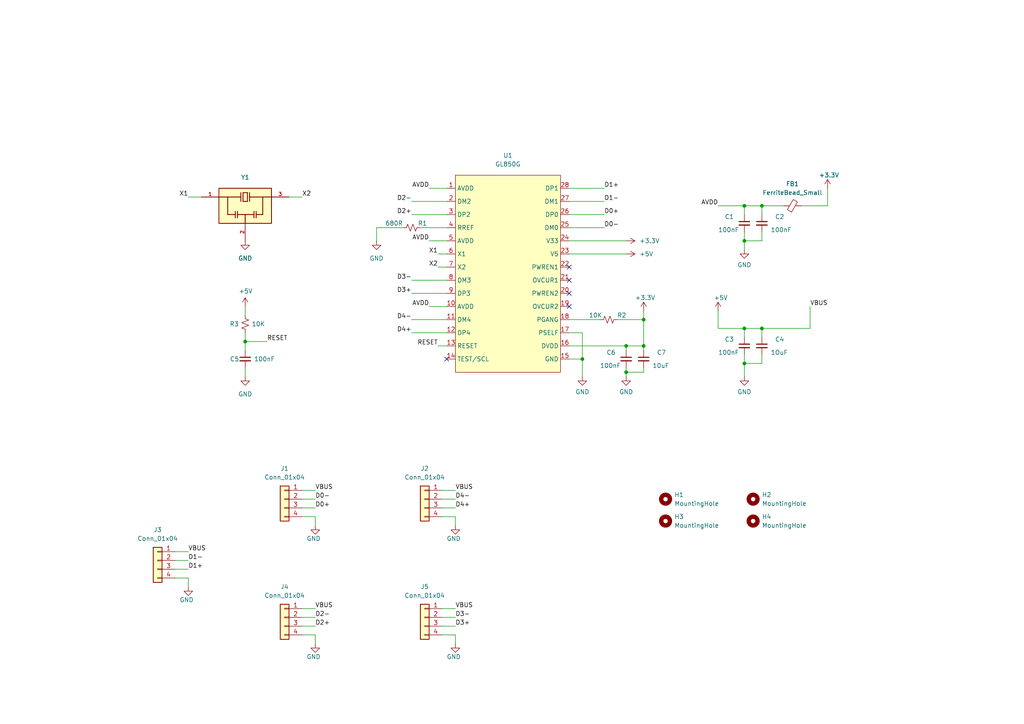
<source format=kicad_sch>
(kicad_sch (version 20211123) (generator eeschema)
  (paper "A4")
  (lib_symbols
    (symbol "Connector_Generic:Conn_01x04" (pin_names (offset 1.016) hide)
      (property "Reference" "J" (at 0 5.08 0))
      (property "Value" "Conn_01x04" (at 0 -7.62 0))
      (symbol "Conn_01x04_1_1"
        (rectangle (start -1.27 -4.953) (end 0 -5.207) (stroke (width 0.1524)))
        (rectangle (start -1.27 -2.413) (end 0 -2.667) (stroke (width 0.1524)))
        (rectangle (start -1.27 0.127) (end 0 -0.127) (stroke (width 0.1524)))
        (rectangle (start -1.27 2.667) (end 0 2.413) (stroke (width 0.1524)))
        (rectangle (start -1.27 3.81) (end 1.27 -6.35) (stroke (width 0.254)) (fill (type background)))
        (pin passive line (at -5.08 2.54 0) (length 3.81) (name "Pin_1") (number "1"))
        (pin passive line (at -5.08 0 0) (length 3.81) (name "Pin_2") (number "2"))
        (pin passive line (at -5.08 -2.54 0) (length 3.81) (name "Pin_3") (number "3"))
        (pin passive line (at -5.08 -5.08 0) (length 3.81) (name "Pin_4") (number "4"))
      )
    )
    (symbol "Device:C_Small" (pin_numbers hide) (pin_names (offset 0.254) hide)
      (property "Reference" "C" (at 0.254 1.778 0))
      (property "Value" "C_Small" (at 0.254 -2.032 0))
      (symbol "C_Small_0_1"
        (polyline (pts (xy -1.524 -0.508) (xy 1.524 -0.508)) (stroke (width 0.3302)))
        (polyline (pts (xy -1.524 0.508) (xy 1.524 0.508)) (stroke (width 0.3048)))
      )
      (symbol "C_Small_1_1"
        (pin passive line (at 0 2.54 270) (length 2.032) (name "~") (number "1"))
        (pin passive line (at 0 -2.54 90) (length 2.032) (name "~") (number "2"))
      )
    )
    (symbol "Device:FerriteBead_Small" (pin_numbers hide) (pin_names (offset 0))
      (property "Reference" "FB" (at 1.905 1.27 0))
      (property "Value" "FerriteBead_Small" (at 1.905 -1.27 0))
      (symbol "FerriteBead_Small_0_1"
        (polyline (pts (xy 0 -1.27) (xy 0 -0.7874)))
        (polyline (pts (xy 0 0.889) (xy 0 1.2954)))
        (polyline (pts (xy -1.8288 0.2794) (xy -1.1176 1.4986) (xy 1.8288 -0.2032) (xy 1.1176 -1.4224) (xy -1.8288 0.2794)))
      )
      (symbol "FerriteBead_Small_1_1"
        (pin passive line (at 0 2.54 270) (length 1.27) (name "~") (number "1"))
        (pin passive line (at 0 -2.54 90) (length 1.27) (name "~") (number "2"))
      )
    )
    (symbol "Device:R_Small_US" (pin_numbers hide) (pin_names (offset 0.254) hide)
      (property "Reference" "R" (at 0.762 0.508 0))
      (property "Value" "R_Small_US" (at 0.762 -1.016 0))
      (symbol "R_Small_US_1_1"
        (polyline (pts (xy 0 0) (xy 1.016 -0.381) (xy 0 -0.762) (xy -1.016 -1.143) (xy 0 -1.524)))
        (polyline (pts (xy 0 1.524) (xy 1.016 1.143) (xy 0 0.762) (xy -1.016 0.381) (xy 0 0)))
        (pin passive line (at 0 2.54 270) (length 1.016) (name "~") (number "1"))
        (pin passive line (at 0 -2.54 90) (length 1.016) (name "~") (number "2"))
      )
    )
    (symbol "Dotworld:CSTNE12M0G55A000R0" (pin_names (offset 1.016) hide)
      (property "Reference" "Y2" (at 0 6.35 0))
      (symbol "CSTNE12M0G55A000R0_0_0"
        (rectangle (start -7.62 -5.08) (end 7.62 5.08) (stroke (width 0.254)) (fill (type background)))
        (polyline (pts (xy -7.62 2.54) (xy -5.08 2.54)) (stroke (width 0.254)))
        (polyline (pts (xy -5.08 -2.54) (xy -5.08 2.54)) (stroke (width 0.254)))
        (polyline (pts (xy -5.08 2.54) (xy -1.27 2.54)) (stroke (width 0.254)))
        (polyline (pts (xy -2.8702 -2.54) (xy -5.08 -2.54)) (stroke (width 0.254)))
        (polyline (pts (xy -2.8702 -2.54) (xy -2.8702 -3.5052)) (stroke (width 0.254)))
        (polyline (pts (xy -2.8702 -1.6002) (xy -2.8702 -2.54)) (stroke (width 0.254)))
        (polyline (pts (xy -2.2352 -2.54) (xy -2.2352 -3.5052)) (stroke (width 0.254)))
        (polyline (pts (xy -2.2352 -1.6002) (xy -2.2352 -2.54)) (stroke (width 0.254)))
        (polyline (pts (xy -1.27 2.54) (xy -1.27 1.27)) (stroke (width 0.254)))
        (polyline (pts (xy -1.27 3.81) (xy -1.27 2.54)) (stroke (width 0.254)))
        (polyline (pts (xy -0.635 1.27) (xy -0.635 3.81)) (stroke (width 0.254)))
        (polyline (pts (xy -0.635 3.81) (xy 0.635 3.81)) (stroke (width 0.254)))
        (polyline (pts (xy 0 -5.08) (xy 0 -2.54)) (stroke (width 0.254)))
        (polyline (pts (xy 0 -2.54) (xy -2.2352 -2.54)) (stroke (width 0.254)))
        (polyline (pts (xy 0 -2.54) (xy 2.54 -2.54)) (stroke (width 0.254)))
        (polyline (pts (xy 0.635 1.27) (xy -0.635 1.27)) (stroke (width 0.254)))
        (polyline (pts (xy 0.635 3.81) (xy 0.635 1.27)) (stroke (width 0.254)))
        (polyline (pts (xy 1.27 2.54) (xy 1.27 1.27)) (stroke (width 0.254)))
        (polyline (pts (xy 1.27 2.54) (xy 5.08 2.54)) (stroke (width 0.254)))
        (polyline (pts (xy 1.27 3.81) (xy 1.27 2.54)) (stroke (width 0.254)))
        (polyline (pts (xy 2.54 -2.54) (xy 2.54 -3.5052)) (stroke (width 0.254)))
        (polyline (pts (xy 2.54 -1.6002) (xy 2.54 -2.54)) (stroke (width 0.254)))
        (polyline (pts (xy 3.175 -2.54) (xy 3.175 -3.5052)) (stroke (width 0.254)))
        (polyline (pts (xy 3.175 -2.54) (xy 5.08 -2.54)) (stroke (width 0.254)))
        (polyline (pts (xy 3.175 -1.6002) (xy 3.175 -2.54)) (stroke (width 0.254)))
        (polyline (pts (xy 5.08 -2.54) (xy 5.08 2.54)) (stroke (width 0.254)))
        (polyline (pts (xy 5.08 2.54) (xy 7.62 2.54)) (stroke (width 0.254)))
        (pin input line (at -12.7 2.54 0) (length 5.08) (name "~") (number "1"))
        (pin power_in line (at 0 -10.16 90) (length 5.08) (name "~") (number "2"))
        (pin output line (at 12.7 2.54 180) (length 5.08) (name "~") (number "3"))
      )
    )
    (symbol "Dotworld:GL850G"
      (property "Reference" "U" (at 0 2.54 0))
      (property "Value" "GL850G" (at 0 2.54 0))
      (symbol "GL850G_0_1"
        (rectangle (start -15.24 29.21) (end 15.24 -27.94) (fill (type background)))
      )
      (symbol "GL850G_1_1"
        (pin power_in line (at -17.78 25.4 0) (length 2.54) (name "AVDD") (number "1"))
        (pin power_in line (at -17.78 -8.89 0) (length 2.54) (name "AVDD") (number "10"))
        (pin power_in line (at -17.78 -12.7 0) (length 2.54) (name "DM4") (number "11"))
        (pin power_in line (at -17.78 -16.51 0) (length 2.54) (name "DP4") (number "12"))
        (pin power_in line (at -17.78 -20.32 0) (length 2.54) (name "RESET") (number "13"))
        (pin power_in line (at -17.78 -24.13 0) (length 2.54) (name "TEST/SCL") (number "14"))
        (pin input line (at 17.78 -24.13 180) (length 2.54) (name "GND") (number "15"))
        (pin input line (at 17.78 -20.32 180) (length 2.54) (name "DVDD") (number "16"))
        (pin input line (at 17.78 -16.51 180) (length 2.54) (name "PSELF") (number "17"))
        (pin input line (at 17.78 -12.7 180) (length 2.54) (name "PGANG") (number "18"))
        (pin input line (at 17.78 -8.89 180) (length 2.54) (name "OVCUR2") (number "19"))
        (pin power_in line (at -17.78 21.59 0) (length 2.54) (name "DM2") (number "2"))
        (pin input line (at 17.78 -5.08 180) (length 2.54) (name "PWREN2") (number "20"))
        (pin input line (at 17.78 -1.27 180) (length 2.54) (name "OVCUR1") (number "21"))
        (pin input line (at 17.78 2.54 180) (length 2.54) (name "PWREN1") (number "22"))
        (pin input line (at 17.78 6.35 180) (length 2.54) (name "V5") (number "23"))
        (pin input line (at 17.78 10.16 180) (length 2.54) (name "V33") (number "24"))
        (pin input line (at 17.78 13.97 180) (length 2.54) (name "DM0") (number "25"))
        (pin input line (at 17.78 17.78 180) (length 2.54) (name "DP0") (number "26"))
        (pin input line (at 17.78 21.59 180) (length 2.54) (name "DM1") (number "27"))
        (pin input line (at 17.78 25.4 180) (length 2.54) (name "DP1") (number "28"))
        (pin power_in line (at -17.78 17.78 0) (length 2.54) (name "DP2") (number "3"))
        (pin power_in line (at -17.78 13.97 0) (length 2.54) (name "RREF") (number "4"))
        (pin power_in line (at -17.78 10.16 0) (length 2.54) (name "AVDD") (number "5"))
        (pin power_in line (at -17.78 6.35 0) (length 2.54) (name "X1") (number "6"))
        (pin power_in line (at -17.78 2.54 0) (length 2.54) (name "X2") (number "7"))
        (pin power_in line (at -17.78 -1.27 0) (length 2.54) (name "DM3") (number "8"))
        (pin power_in line (at -17.78 -5.08 0) (length 2.54) (name "DP3") (number "9"))
      )
    )
    (symbol "Mechanical:MountingHole" (pin_names (offset 1.016))
      (property "Reference" "H" (at 0 5.08 0))
      (property "Value" "MountingHole" (at 0 3.175 0))
      (symbol "MountingHole_0_1"
        (circle (center 0 0) (radius 1.27) (stroke (width 1.27)))
      )
    )
    (symbol "power:+3.3V" (power) (pin_names (offset 0))
      (property "Value" "+3.3V" (at 0 3.556 0))
      (symbol "+3.3V_0_1"
        (polyline (pts (xy -0.762 1.27) (xy 0 2.54)))
        (polyline (pts (xy 0 0) (xy 0 2.54)))
        (polyline (pts (xy 0 2.54) (xy 0.762 1.27)))
      )
      (symbol "+3.3V_1_1"
        (pin power_in line (at 0 0 90) (length 0) hide (name "+3.3V") (number "1"))
      )
    )
    (symbol "power:+5V" (power) (pin_names (offset 0))
      (property "Value" "+5V" (at 0 3.556 0))
      (symbol "+5V_0_1"
        (polyline (pts (xy -0.762 1.27) (xy 0 2.54)))
        (polyline (pts (xy 0 0) (xy 0 2.54)))
        (polyline (pts (xy 0 2.54) (xy 0.762 1.27)))
      )
      (symbol "+5V_1_1"
        (pin power_in line (at 0 0 90) (length 0) hide (name "+5V") (number "1"))
      )
    )
    (symbol "power:GND" (power) (pin_names (offset 0))
      (property "Value" "GND" (at 0 -3.81 0))
      (symbol "GND_0_1"
        (polyline (pts (xy 0 0) (xy 0 -1.27) (xy 1.27 -1.27) (xy 0 -2.54) (xy -1.27 -1.27) (xy 0 -1.27)))
      )
      (symbol "GND_1_1"
        (pin power_in line (at 0 0 270) (length 0) hide (name "GND") (number "1"))
      )
    )
  )
  (junction (at 71.12 99.06))
  (junction (at 215.9 59.69))
  (junction (at 215.9 105.41))
  (junction (at 186.69 92.71))
  (junction (at 215.9 95.25))
  (junction (at 181.61 100.33))
  (junction (at 186.69 100.33))
  (junction (at 181.61 107.95))
  (junction (at 215.9 69.85))
  (junction (at 220.98 59.69))
  (junction (at 220.98 95.25))
  (junction (at 168.91 104.14))
  (no_connect (at 165.1 77.47))
  (no_connect (at 165.1 81.28))
  (no_connect (at 165.1 85.09))
  (no_connect (at 129.54 104.14))
  (no_connect (at 165.1 88.9))
  (wire (pts (xy 132.08 149.86) (xy 132.08 152.4)))
  (wire (pts (xy 215.9 59.69) (xy 215.9 62.23)))
  (wire (pts (xy 128.27 149.86) (xy 132.08 149.86)))
  (wire (pts (xy 186.69 100.33) (xy 186.69 101.6)))
  (wire (pts (xy 54.61 167.64) (xy 54.61 170.18)))
  (wire (pts (xy 186.69 92.71) (xy 186.69 100.33)))
  (wire (pts (xy 165.1 73.66) (xy 181.61 73.66)))
  (wire (pts (xy 208.28 95.25) (xy 215.9 95.25)))
  (wire (pts (xy 128.27 147.32) (xy 132.08 147.32)))
  (wire (pts (xy 127 73.66) (xy 129.54 73.66)))
  (wire (pts (xy 128.27 176.53) (xy 132.08 176.53)))
  (wire (pts (xy 215.9 69.85) (xy 220.98 69.85)))
  (wire (pts (xy 87.63 142.24) (xy 91.44 142.24)))
  (wire (pts (xy 87.63 176.53) (xy 91.44 176.53)))
  (wire (pts (xy 87.63 179.07) (xy 91.44 179.07)))
  (wire (pts (xy 208.28 59.69) (xy 215.9 59.69)))
  (wire (pts (xy 124.46 69.85) (xy 129.54 69.85)))
  (wire (pts (xy 50.8 165.1) (xy 54.61 165.1)))
  (wire (pts (xy 71.12 99.06) (xy 71.12 101.6)))
  (wire (pts (xy 124.46 88.9) (xy 129.54 88.9)))
  (wire (pts (xy 220.98 67.31) (xy 220.98 69.85)))
  (wire (pts (xy 181.61 107.95) (xy 181.61 109.22)))
  (wire (pts (xy 220.98 59.69) (xy 215.9 59.69)))
  (wire (pts (xy 91.44 184.15) (xy 91.44 186.69)))
  (wire (pts (xy 87.63 144.78) (xy 91.44 144.78)))
  (wire (pts (xy 87.63 147.32) (xy 91.44 147.32)))
  (wire (pts (xy 215.9 69.85) (xy 215.9 72.39)))
  (wire (pts (xy 175.26 66.04) (xy 165.1 66.04)))
  (wire (pts (xy 220.98 95.25) (xy 234.95 95.25)))
  (wire (pts (xy 119.38 92.71) (xy 129.54 92.71)))
  (wire (pts (xy 128.27 144.78) (xy 132.08 144.78)))
  (wire (pts (xy 215.9 95.25) (xy 215.9 97.79)))
  (wire (pts (xy 124.46 54.61) (xy 129.54 54.61)))
  (wire (pts (xy 50.8 167.64) (xy 54.61 167.64)))
  (wire (pts (xy 220.98 62.23) (xy 220.98 59.69)))
  (wire (pts (xy 87.63 184.15) (xy 91.44 184.15)))
  (wire (pts (xy 50.8 160.02) (xy 54.61 160.02)))
  (wire (pts (xy 128.27 181.61) (xy 132.08 181.61)))
  (wire (pts (xy 128.27 142.24) (xy 132.08 142.24)))
  (wire (pts (xy 119.38 62.23) (xy 129.54 62.23)))
  (wire (pts (xy 121.92 66.04) (xy 129.54 66.04)))
  (wire (pts (xy 165.1 58.42) (xy 175.26 58.42)))
  (wire (pts (xy 165.1 100.33) (xy 181.61 100.33)))
  (wire (pts (xy 119.38 96.52) (xy 129.54 96.52)))
  (wire (pts (xy 71.12 99.06) (xy 77.47 99.06)))
  (wire (pts (xy 168.91 96.52) (xy 168.91 104.14)))
  (wire (pts (xy 127 77.47) (xy 129.54 77.47)))
  (wire (pts (xy 116.84 66.04) (xy 109.22 66.04)))
  (wire (pts (xy 215.9 67.31) (xy 215.9 69.85)))
  (wire (pts (xy 181.61 100.33) (xy 186.69 100.33)))
  (wire (pts (xy 165.1 69.85) (xy 181.61 69.85)))
  (wire (pts (xy 165.1 54.61) (xy 175.26 54.61)))
  (wire (pts (xy 232.41 59.69) (xy 240.03 59.69)))
  (wire (pts (xy 50.8 162.56) (xy 54.61 162.56)))
  (wire (pts (xy 87.63 57.15) (xy 83.82 57.15)))
  (wire (pts (xy 128.27 184.15) (xy 132.08 184.15)))
  (wire (pts (xy 119.38 58.42) (xy 129.54 58.42)))
  (wire (pts (xy 234.95 88.9) (xy 234.95 95.25)))
  (wire (pts (xy 168.91 104.14) (xy 165.1 104.14)))
  (wire (pts (xy 119.38 85.09) (xy 129.54 85.09)))
  (wire (pts (xy 71.12 106.68) (xy 71.12 109.22)))
  (wire (pts (xy 165.1 92.71) (xy 173.99 92.71)))
  (wire (pts (xy 215.9 105.41) (xy 220.98 105.41)))
  (wire (pts (xy 71.12 88.9) (xy 71.12 91.44)))
  (wire (pts (xy 179.07 92.71) (xy 186.69 92.71)))
  (wire (pts (xy 186.69 90.17) (xy 186.69 92.71)))
  (wire (pts (xy 87.63 149.86) (xy 91.44 149.86)))
  (wire (pts (xy 128.27 179.07) (xy 132.08 179.07)))
  (wire (pts (xy 54.61 57.15) (xy 58.42 57.15)))
  (wire (pts (xy 181.61 100.33) (xy 181.61 101.6)))
  (wire (pts (xy 186.69 106.68) (xy 186.69 107.95)))
  (wire (pts (xy 220.98 95.25) (xy 215.9 95.25)))
  (wire (pts (xy 220.98 102.87) (xy 220.98 105.41)))
  (wire (pts (xy 132.08 184.15) (xy 132.08 186.69)))
  (wire (pts (xy 220.98 97.79) (xy 220.98 95.25)))
  (wire (pts (xy 240.03 54.61) (xy 240.03 59.69)))
  (wire (pts (xy 215.9 105.41) (xy 215.9 109.22)))
  (wire (pts (xy 109.22 66.04) (xy 109.22 69.85)))
  (wire (pts (xy 165.1 96.52) (xy 168.91 96.52)))
  (wire (pts (xy 119.38 81.28) (xy 129.54 81.28)))
  (wire (pts (xy 87.63 181.61) (xy 91.44 181.61)))
  (wire (pts (xy 175.26 62.23) (xy 165.1 62.23)))
  (wire (pts (xy 127 100.33) (xy 129.54 100.33)))
  (wire (pts (xy 208.28 90.17) (xy 208.28 95.25)))
  (wire (pts (xy 91.44 149.86) (xy 91.44 152.4)))
  (wire (pts (xy 181.61 106.68) (xy 181.61 107.95)))
  (wire (pts (xy 168.91 104.14) (xy 168.91 109.22)))
  (wire (pts (xy 215.9 102.87) (xy 215.9 105.41)))
  (wire (pts (xy 181.61 107.95) (xy 186.69 107.95)))
  (wire (pts (xy 71.12 96.52) (xy 71.12 99.06)))
  (wire (pts (xy 220.98 59.69) (xy 227.33 59.69)))
  (label "VBUS" (at 54.61 160.02 0))
  (label "VBUS" (at 91.44 176.53 0))
  (label "AVDD" (at 124.46 54.61 180))
  (label "X2" (at 87.63 57.15 0))
  (label "D4+" (at 132.08 147.32 0))
  (label "D2-" (at 119.38 58.42 180))
  (label "VBUS" (at 132.08 142.24 0))
  (label "D3-" (at 119.38 81.28 180))
  (label "D2+" (at 91.44 181.61 0))
  (label "D4+" (at 119.38 96.52 180))
  (label "D1+" (at 54.61 165.1 0))
  (label "VBUS" (at 132.08 176.53 0))
  (label "D1-" (at 54.61 162.56 0))
  (label "D2-" (at 91.44 179.07 0))
  (label "VBUS" (at 234.95 88.9 0))
  (label "AVDD" (at 124.46 69.85 180))
  (label "D1-" (at 175.26 58.42 0))
  (label "D4-" (at 119.38 92.71 180))
  (label "D1+" (at 175.26 54.61 0))
  (label "D4-" (at 132.08 144.78 0))
  (label "D0+" (at 175.26 62.23 0))
  (label "VBUS" (at 91.44 142.24 0))
  (label "D3+" (at 119.38 85.09 180))
  (label "D3-" (at 132.08 179.07 0))
  (label "RESET" (at 77.47 99.06 0))
  (label "X1" (at 127 73.66 180))
  (label "D2+" (at 119.38 62.23 180))
  (label "RESET" (at 127 100.33 180))
  (label "AVDD" (at 208.28 59.69 180))
  (label "AVDD" (at 124.46 88.9 180))
  (label "D0-" (at 175.26 66.04 0))
  (label "X2" (at 127 77.47 180))
  (label "X1" (at 54.61 57.15 180))
  (label "D0-" (at 91.44 144.78 0))
  (label "D3+" (at 132.08 181.61 0))
  (label "D0+" (at 91.44 147.32 0))
  (symbol (lib_id "power:+3.3V") (at 186.69 90.17 0) (unit 1)
    (property "Reference" "#PWR08" (effects hide))
    (property "Value" "+3.3V" (at 184.15 86.36 0) (effects (justify left)))
  )
  (symbol (lib_id "Device:FerriteBead_Small") (at 229.87 59.69 90) (unit 1)
    (property "Reference" "FB1" (at 229.8319 53.34 90))
    (property "Value" "FerriteBead_Small" (at 229.8319 55.88 90))
    (property "Footprint" "Inductor_SMD:L_0603_1608Metric" (effects hide))
  )
  (symbol (lib_id "power:GND") (at 91.44 152.4 0) (unit 1)
    (property "Reference" "#PWR014" (effects hide))
    (property "Value" "GND" (at 88.9 156.21 0) (effects (justify left)))
  )
  (symbol (lib_id "Dotworld:CSTNE12M0G55A000R0") (at 71.12 59.69 0) (unit 1)
    (property "Reference" "Y1" (at 71.12 51.435 0))
    (property "Value" "CSTNE12M0G55A000R0" (effects hide))
    (property "Footprint" "Dotworld:Cera_Resona_12MHz-CSTNE12M0G55A000R0" (effects hide))
  )
  (symbol (lib_id "Connector_Generic:Conn_01x04") (at 82.55 144.78 0) (mirror y) (unit 1)
    (property "Reference" "J1" (at 82.55 135.89 0))
    (property "Value" "Conn_01x04" (at 82.55 138.43 0))
    (property "Footprint" "Dotworld:JST-4P_1.25mm" (effects hide))
  )
  (symbol (lib_id "Device:R_Small_US") (at 71.12 93.98 180) (unit 1)
    (property "Reference" "R3" (at 67.945 93.98 0))
    (property "Value" "10K" (at 74.93 93.98 0))
    (property "Footprint" "Resistor_SMD:R_0603_1608Metric" (effects hide))
  )
  (symbol (lib_id "Dotworld:GL850G") (at 147.32 80.01 0) (unit 1)
    (property "Reference" "U1" (at 147.32 45.085 0))
    (property "Value" "GL850G" (at 147.32 47.625 0))
    (property "Footprint" "Dotworld:SOIC-28" (effects hide))
  )
  (symbol (lib_id "Device:C_Small") (at 181.61 104.14 0) (unit 1)
    (property "Reference" "C6" (at 175.895 102.235 0) (effects (justify left)))
    (property "Value" "100nF" (at 173.99 106.045 0) (effects (justify left)))
    (property "Footprint" "Capacitor_SMD:C_0603_1608Metric" (effects hide))
  )
  (symbol (lib_id "power:+3.3V") (at 240.03 54.61 0) (unit 1)
    (property "Reference" "#PWR01" (effects hide))
    (property "Value" "+3.3V" (at 237.49 50.8 0) (effects (justify left)))
  )
  (symbol (lib_id "power:GND") (at 215.9 109.22 0) (unit 1)
    (property "Reference" "#PWR013" (effects hide))
    (property "Value" "GND" (at 215.9 113.665 0))
  )
  (symbol (lib_id "Connector_Generic:Conn_01x04") (at 123.19 179.07 0) (mirror y) (unit 1)
    (property "Reference" "J5" (at 123.19 170.18 0))
    (property "Value" "Conn_01x04" (at 123.19 172.72 0))
    (property "Footprint" "Dotworld:JST-4P_1.25mm" (effects hide))
  )
  (symbol (lib_id "power:GND") (at 109.22 69.85 0) (unit 1)
    (property "Reference" "#PWR03" (effects hide))
    (property "Value" "GND" (at 109.22 74.93 0))
  )
  (symbol (lib_id "power:GND") (at 54.61 170.18 0) (unit 1)
    (property "Reference" "#PWR016" (effects hide))
    (property "Value" "GND" (at 52.07 173.99 0) (effects (justify left)))
  )
  (symbol (lib_id "Device:C_Small") (at 220.98 64.77 0) (unit 1)
    (property "Reference" "C2" (at 224.79 62.865 0) (effects (justify left)))
    (property "Value" "100nF" (at 223.52 66.675 0) (effects (justify left)))
    (property "Footprint" "Capacitor_SMD:C_0603_1608Metric" (effects hide))
  )
  (symbol (lib_id "Connector_Generic:Conn_01x04") (at 82.55 179.07 0) (mirror y) (unit 1)
    (property "Reference" "J4" (at 82.55 170.18 0))
    (property "Value" "Conn_01x04" (at 82.55 172.72 0))
    (property "Footprint" "Dotworld:JST-4P_1.25mm" (effects hide))
  )
  (symbol (lib_id "Mechanical:MountingHole") (at 218.44 144.78 0) (unit 1)
    (property "Reference" "H2" (at 220.98 143.5099 0) (effects (justify left)))
    (property "Value" "MountingHole" (at 220.98 146.0499 0) (effects (justify left)))
    (property "Footprint" "MountingHole:MountingHole_2.2mm_M2" (effects hide))
  )
  (symbol (lib_id "power:+5V") (at 181.61 73.66 270) (unit 1)
    (property "Reference" "#PWR06" (effects hide))
    (property "Value" "+5V" (at 185.42 73.6599 90) (effects (justify left)))
  )
  (symbol (lib_id "Mechanical:MountingHole") (at 218.44 151.13 0) (unit 1)
    (property "Reference" "H4" (at 220.98 149.8599 0) (effects (justify left)))
    (property "Value" "MountingHole" (at 220.98 152.3999 0) (effects (justify left)))
    (property "Footprint" "MountingHole:MountingHole_2.2mm_M2" (effects hide))
  )
  (symbol (lib_id "Device:C_Small") (at 220.98 100.33 0) (unit 1)
    (property "Reference" "C4" (at 224.79 98.425 0) (effects (justify left)))
    (property "Value" "1OuF" (at 223.52 102.235 0) (effects (justify left)))
    (property "Footprint" "Capacitor_SMD:C_0603_1608Metric" (effects hide))
  )
  (symbol (lib_id "Mechanical:MountingHole") (at 193.04 151.13 0) (unit 1)
    (property "Reference" "H3" (at 195.58 149.8599 0) (effects (justify left)))
    (property "Value" "MountingHole" (at 195.58 152.3999 0) (effects (justify left)))
    (property "Footprint" "MountingHole:MountingHole_2.2mm_M2" (effects hide))
  )
  (symbol (lib_id "power:+5V") (at 71.12 88.9 0) (unit 1)
    (property "Reference" "#PWR07" (effects hide))
    (property "Value" "+5V" (at 69.215 84.455 0) (effects (justify left)))
  )
  (symbol (lib_id "power:+3.3V") (at 181.61 69.85 270) (unit 1)
    (property "Reference" "#PWR04" (effects hide))
    (property "Value" "+3.3V" (at 185.42 69.8499 90) (effects (justify left)))
  )
  (symbol (lib_id "power:GND") (at 132.08 152.4 0) (unit 1)
    (property "Reference" "#PWR015" (effects hide))
    (property "Value" "GND" (at 129.54 156.21 0) (effects (justify left)))
  )
  (symbol (lib_id "power:GND") (at 91.44 186.69 0) (unit 1)
    (property "Reference" "#PWR017" (effects hide))
    (property "Value" "GND" (at 88.9 190.5 0) (effects (justify left)))
  )
  (symbol (lib_id "power:GND") (at 215.9 72.39 0) (unit 1)
    (property "Reference" "#PWR05" (effects hide))
    (property "Value" "GND" (at 215.9 76.835 0))
  )
  (symbol (lib_id "Mechanical:MountingHole") (at 193.04 144.78 0) (unit 1)
    (property "Reference" "H1" (at 195.58 143.5099 0) (effects (justify left)))
    (property "Value" "MountingHole" (at 195.58 146.0499 0) (effects (justify left)))
    (property "Footprint" "MountingHole:MountingHole_2.2mm_M2" (effects hide))
  )
  (symbol (lib_id "power:GND") (at 181.61 109.22 0) (unit 1)
    (property "Reference" "#PWR012" (effects hide))
    (property "Value" "GND" (at 181.61 113.665 0))
  )
  (symbol (lib_id "power:+5V") (at 208.28 90.17 0) (unit 1)
    (property "Reference" "#PWR09" (effects hide))
    (property "Value" "+5V" (at 207.01 86.36 0) (effects (justify left)))
  )
  (symbol (lib_id "Device:R_Small_US") (at 119.38 66.04 90) (unit 1)
    (property "Reference" "R1" (at 122.555 64.77 90))
    (property "Value" "680R" (at 114.3 64.77 90))
    (property "Footprint" "Resistor_SMD:R_0603_1608Metric" (effects hide))
  )
  (symbol (lib_id "Connector_Generic:Conn_01x04") (at 123.19 144.78 0) (mirror y) (unit 1)
    (property "Reference" "J2" (at 123.19 135.89 0))
    (property "Value" "Conn_01x04" (at 123.19 138.43 0))
    (property "Footprint" "Dotworld:JST-4P_1.25mm" (effects hide))
  )
  (symbol (lib_id "power:GND") (at 71.12 69.85 0) (unit 1)
    (property "Reference" "#PWR02" (effects hide))
    (property "Value" "GND" (at 71.12 74.93 0))
  )
  (symbol (lib_id "Device:C_Small") (at 215.9 64.77 0) (unit 1)
    (property "Reference" "C1" (at 210.185 62.865 0) (effects (justify left)))
    (property "Value" "100nF" (at 208.28 66.675 0) (effects (justify left)))
    (property "Footprint" "Capacitor_SMD:C_0603_1608Metric" (effects hide))
  )
  (symbol (lib_id "Device:C_Small") (at 71.12 104.14 0) (unit 1)
    (property "Reference" "C5" (at 66.675 104.14 0) (effects (justify left)))
    (property "Value" "100nF" (at 73.66 104.14 0) (effects (justify left)))
    (property "Footprint" "Capacitor_SMD:C_0603_1608Metric" (effects hide))
  )
  (symbol (lib_id "power:GND") (at 132.08 186.69 0) (unit 1)
    (property "Reference" "#PWR018" (effects hide))
    (property "Value" "GND" (at 129.54 190.5 0) (effects (justify left)))
  )
  (symbol (lib_id "power:GND") (at 71.12 109.22 0) (unit 1)
    (property "Reference" "#PWR010" (effects hide))
    (property "Value" "GND" (at 71.12 114.3 0))
  )
  (symbol (lib_id "Device:R_Small_US") (at 176.53 92.71 270) (unit 1)
    (property "Reference" "R2" (at 180.34 91.44 90))
    (property "Value" "10K" (at 172.72 91.44 90))
    (property "Footprint" "Resistor_SMD:R_0603_1608Metric" (effects hide))
  )
  (symbol (lib_id "Device:C_Small") (at 186.69 104.14 0) (unit 1)
    (property "Reference" "C7" (at 190.5 102.235 0) (effects (justify left)))
    (property "Value" "10uF" (at 189.23 106.045 0) (effects (justify left)))
    (property "Footprint" "Capacitor_SMD:C_0603_1608Metric" (effects hide))
  )
  (symbol (lib_id "Device:C_Small") (at 215.9 100.33 0) (unit 1)
    (property "Reference" "C3" (at 210.185 98.425 0) (effects (justify left)))
    (property "Value" "100nF" (at 208.28 102.235 0) (effects (justify left)))
    (property "Footprint" "Capacitor_SMD:C_0603_1608Metric" (effects hide))
  )
  (symbol (lib_id "Connector_Generic:Conn_01x04") (at 45.72 162.56 0) (mirror y) (unit 1)
    (property "Reference" "J3" (at 45.72 153.67 0))
    (property "Value" "Conn_01x04" (at 45.72 156.21 0))
    (property "Footprint" "Dotworld:JST-4P_1.25mm" (effects hide))
  )
  (symbol (lib_id "power:GND") (at 168.91 109.22 0) (unit 1)
    (property "Reference" "#PWR011" (effects hide))
    (property "Value" "GND" (at 168.91 113.665 0))
  )
)
</source>
